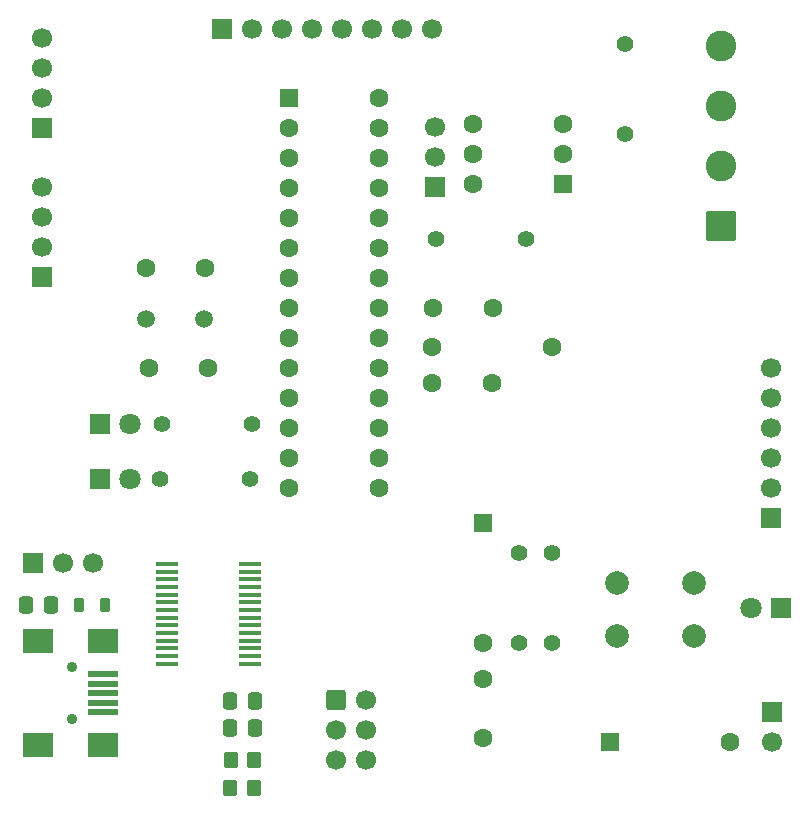
<source format=gbr>
%TF.GenerationSoftware,KiCad,Pcbnew,9.0.7*%
%TF.CreationDate,2026-02-16T21:59:20+01:00*%
%TF.ProjectId,anemometre,616e656d-6f6d-4657-9472-652e6b696361,rev?*%
%TF.SameCoordinates,Original*%
%TF.FileFunction,Soldermask,Top*%
%TF.FilePolarity,Negative*%
%FSLAX46Y46*%
G04 Gerber Fmt 4.6, Leading zero omitted, Abs format (unit mm)*
G04 Created by KiCad (PCBNEW 9.0.7) date 2026-02-16 21:59:20*
%MOMM*%
%LPD*%
G01*
G04 APERTURE LIST*
G04 Aperture macros list*
%AMRoundRect*
0 Rectangle with rounded corners*
0 $1 Rounding radius*
0 $2 $3 $4 $5 $6 $7 $8 $9 X,Y pos of 4 corners*
0 Add a 4 corners polygon primitive as box body*
4,1,4,$2,$3,$4,$5,$6,$7,$8,$9,$2,$3,0*
0 Add four circle primitives for the rounded corners*
1,1,$1+$1,$2,$3*
1,1,$1+$1,$4,$5*
1,1,$1+$1,$6,$7*
1,1,$1+$1,$8,$9*
0 Add four rect primitives between the rounded corners*
20,1,$1+$1,$2,$3,$4,$5,0*
20,1,$1+$1,$4,$5,$6,$7,0*
20,1,$1+$1,$6,$7,$8,$9,0*
20,1,$1+$1,$8,$9,$2,$3,0*%
G04 Aperture macros list end*
%ADD10C,1.400000*%
%ADD11RoundRect,0.250000X0.337500X0.475000X-0.337500X0.475000X-0.337500X-0.475000X0.337500X-0.475000X0*%
%ADD12RoundRect,0.250000X-0.550000X0.550000X-0.550000X-0.550000X0.550000X-0.550000X0.550000X0.550000X0*%
%ADD13C,1.600000*%
%ADD14R,1.700000X1.700000*%
%ADD15C,1.700000*%
%ADD16RoundRect,0.100000X-0.850000X-0.100000X0.850000X-0.100000X0.850000X0.100000X-0.850000X0.100000X0*%
%ADD17C,0.900000*%
%ADD18R,2.500000X0.500000*%
%ADD19R,2.500000X2.000000*%
%ADD20C,1.500000*%
%ADD21RoundRect,0.250000X1.050000X-1.050000X1.050000X1.050000X-1.050000X1.050000X-1.050000X-1.050000X0*%
%ADD22C,2.600000*%
%ADD23R,1.800000X1.800000*%
%ADD24C,1.800000*%
%ADD25RoundRect,0.250000X-0.550000X-0.550000X0.550000X-0.550000X0.550000X0.550000X-0.550000X0.550000X0*%
%ADD26RoundRect,0.250000X-0.600000X-0.600000X0.600000X-0.600000X0.600000X0.600000X-0.600000X0.600000X0*%
%ADD27C,2.000000*%
%ADD28RoundRect,0.250000X-0.350000X-0.450000X0.350000X-0.450000X0.350000X0.450000X-0.350000X0.450000X0*%
%ADD29RoundRect,0.250000X-0.337500X-0.475000X0.337500X-0.475000X0.337500X0.475000X-0.337500X0.475000X0*%
%ADD30RoundRect,0.218750X-0.218750X-0.381250X0.218750X-0.381250X0.218750X0.381250X-0.218750X0.381250X0*%
%ADD31RoundRect,0.250000X0.550000X0.550000X-0.550000X0.550000X-0.550000X-0.550000X0.550000X-0.550000X0*%
G04 APERTURE END LIST*
D10*
%TO.C,R5*%
X116459000Y-70358000D03*
X116459000Y-77978000D03*
%TD*%
D11*
%TO.C,C8*%
X76856500Y-74803000D03*
X74781500Y-74803000D03*
%TD*%
D12*
%TO.C,D4*%
X113411000Y-67818000D03*
D13*
X113411000Y-77978000D03*
%TD*%
D14*
%TO.C,J10*%
X75311000Y-71247000D03*
D15*
X77851000Y-71247000D03*
X80391000Y-71247000D03*
%TD*%
D14*
%TO.C,J3*%
X91313000Y-26035000D03*
D15*
X93853000Y-26035000D03*
X96393000Y-26035000D03*
X98933000Y-26035000D03*
X101473000Y-26035000D03*
X104013000Y-26035000D03*
X106553000Y-26035000D03*
X109093000Y-26035000D03*
%TD*%
D14*
%TO.C,J4*%
X137795000Y-67437000D03*
D15*
X137795000Y-64897000D03*
X137795000Y-62357000D03*
X137795000Y-59817000D03*
X137795000Y-57277000D03*
X137795000Y-54737000D03*
%TD*%
D14*
%TO.C,J5*%
X109347000Y-39370000D03*
D15*
X109347000Y-36830000D03*
X109347000Y-34290000D03*
%TD*%
D13*
%TO.C,C5*%
X113411000Y-86026000D03*
X113411000Y-81026000D03*
%TD*%
D10*
%TO.C,R4*%
X93853000Y-59436000D03*
X86233000Y-59436000D03*
%TD*%
D16*
%TO.C,U3*%
X86726000Y-71299000D03*
X86726000Y-71949000D03*
X86726000Y-72599000D03*
X86726000Y-73249000D03*
X86726000Y-73899000D03*
X86726000Y-74549000D03*
X86726000Y-75199000D03*
X86726000Y-75849000D03*
X86726000Y-76499000D03*
X86726000Y-77149000D03*
X86726000Y-77799000D03*
X86726000Y-78449000D03*
X86726000Y-79099000D03*
X86726000Y-79749000D03*
X93726000Y-79749000D03*
X93726000Y-79099000D03*
X93726000Y-78449000D03*
X93726000Y-77799000D03*
X93726000Y-77149000D03*
X93726000Y-76499000D03*
X93726000Y-75849000D03*
X93726000Y-75199000D03*
X93726000Y-74549000D03*
X93726000Y-73899000D03*
X93726000Y-73249000D03*
X93726000Y-72599000D03*
X93726000Y-71949000D03*
X93726000Y-71299000D03*
%TD*%
D17*
%TO.C,J8*%
X78680000Y-80051000D03*
X78680000Y-84451000D03*
D18*
X81280000Y-80651000D03*
X81280000Y-81451000D03*
X81280000Y-82251000D03*
X81280000Y-83051000D03*
X81280000Y-83851000D03*
D19*
X81280000Y-77851000D03*
X75780000Y-77851000D03*
X81280000Y-86651000D03*
X75780000Y-86651000D03*
%TD*%
D20*
%TO.C,Y1*%
X89816000Y-50546000D03*
X84936000Y-50546000D03*
%TD*%
D21*
%TO.C,J1*%
X133604000Y-42672000D03*
D22*
X133604000Y-37592000D03*
X133604000Y-32512000D03*
X133604000Y-27432000D03*
%TD*%
D13*
%TO.C,C4*%
X109173000Y-56007000D03*
X114173000Y-56007000D03*
%TD*%
%TO.C,C1*%
X89916000Y-46228000D03*
X84916000Y-46228000D03*
%TD*%
D10*
%TO.C,R3*%
X93726000Y-64135000D03*
X86106000Y-64135000D03*
%TD*%
D23*
%TO.C,D1*%
X81026000Y-59436000D03*
D24*
X83566000Y-59436000D03*
%TD*%
D11*
%TO.C,C7*%
X94107000Y-82931000D03*
X92032000Y-82931000D03*
%TD*%
D10*
%TO.C,R1*%
X109474000Y-43810000D03*
X117094000Y-43810000D03*
%TD*%
%TO.C,R2*%
X125476000Y-27305000D03*
X125476000Y-34925000D03*
%TD*%
D13*
%TO.C,C2*%
X90170000Y-54737000D03*
X85170000Y-54737000D03*
%TD*%
D23*
%TO.C,D5*%
X138684000Y-75057000D03*
D24*
X136144000Y-75057000D03*
%TD*%
D13*
%TO.C,C3*%
X114260000Y-49657000D03*
X109260000Y-49657000D03*
%TD*%
D14*
%TO.C,J7*%
X76073000Y-46990000D03*
D15*
X76073000Y-44450000D03*
X76073000Y-41910000D03*
X76073000Y-39370000D03*
%TD*%
D25*
%TO.C,D3*%
X124206000Y-86360000D03*
D13*
X134366000Y-86360000D03*
%TD*%
D26*
%TO.C,J2*%
X100965000Y-82804000D03*
D15*
X103505000Y-82804000D03*
X100965000Y-85344000D03*
X103505000Y-85344000D03*
X100965000Y-87884000D03*
X103505000Y-87884000D03*
%TD*%
D25*
%TO.C,U1*%
X97028000Y-31877000D03*
D13*
X97028000Y-34417000D03*
X97028000Y-36957000D03*
X97028000Y-39497000D03*
X97028000Y-42037000D03*
X97028000Y-44577000D03*
X97028000Y-47117000D03*
X97028000Y-49657000D03*
X97028000Y-52197000D03*
X97028000Y-54737000D03*
X97028000Y-57277000D03*
X97028000Y-59817000D03*
X97028000Y-62357000D03*
X97028000Y-64897000D03*
X104648000Y-64897000D03*
X104648000Y-62357000D03*
X104648000Y-59817000D03*
X104648000Y-57277000D03*
X104648000Y-54737000D03*
X104648000Y-52197000D03*
X104648000Y-49657000D03*
X104648000Y-47117000D03*
X104648000Y-44577000D03*
X104648000Y-42037000D03*
X104648000Y-39497000D03*
X104648000Y-36957000D03*
X104648000Y-34417000D03*
X104648000Y-31877000D03*
%TD*%
D27*
%TO.C,SW1*%
X124818000Y-72898000D03*
X131318000Y-72898000D03*
X124818000Y-77398000D03*
X131318000Y-77398000D03*
%TD*%
D28*
%TO.C,R8*%
X92066000Y-90297000D03*
X94066000Y-90297000D03*
%TD*%
D23*
%TO.C,D2*%
X81026000Y-64135000D03*
D24*
X83566000Y-64135000D03*
%TD*%
D29*
%TO.C,C6*%
X92032000Y-85217000D03*
X94107000Y-85217000D03*
%TD*%
D30*
%TO.C,FB1*%
X79282000Y-74803000D03*
X81407000Y-74803000D03*
%TD*%
D28*
%TO.C,R7*%
X92091000Y-87884000D03*
X94091000Y-87884000D03*
%TD*%
D31*
%TO.C,U2*%
X120264000Y-39116000D03*
D13*
X120264000Y-36576000D03*
X120264000Y-34036000D03*
X112644000Y-34036000D03*
X112644000Y-36576000D03*
X112644000Y-39116000D03*
%TD*%
%TO.C,L1*%
X119253000Y-52959000D03*
X109093000Y-52959000D03*
%TD*%
D14*
%TO.C,J6*%
X76073000Y-34417000D03*
D15*
X76073000Y-31877000D03*
X76073000Y-29337000D03*
X76073000Y-26797000D03*
%TD*%
D10*
%TO.C,R6*%
X119253000Y-70358000D03*
X119253000Y-77978000D03*
%TD*%
D14*
%TO.C,J9*%
X137922000Y-83820000D03*
D15*
X137922000Y-86360000D03*
%TD*%
M02*

</source>
